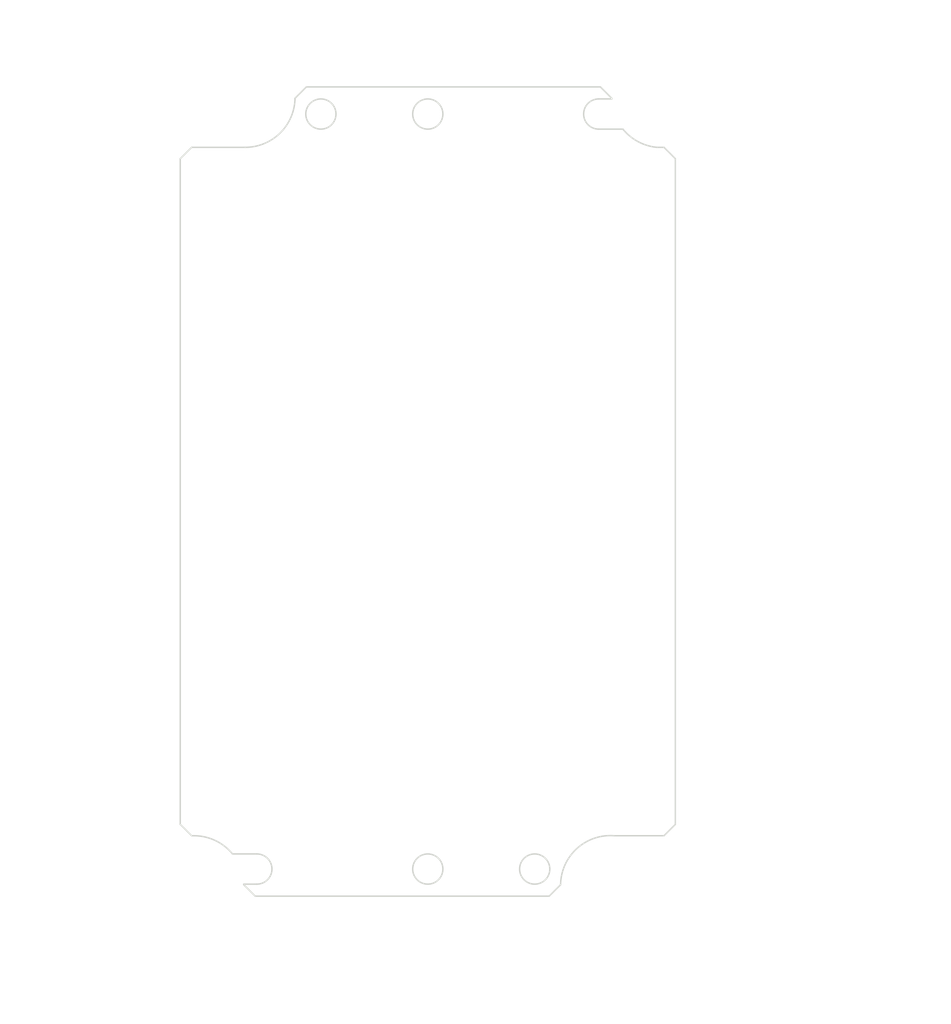
<source format=kicad_pcb>
(kicad_pcb (version 20171130) (host pcbnew "(5.1.0)-1")

  (general
    (thickness 1.6)
    (drawings 118)
    (tracks 0)
    (zones 0)
    (modules 0)
    (nets 1)
  )

  (page A4)
  (layers
    (0 F.Cu signal)
    (31 B.Cu signal)
    (32 B.Adhes user)
    (33 F.Adhes user)
    (34 B.Paste user)
    (35 F.Paste user)
    (36 B.SilkS user)
    (37 F.SilkS user)
    (38 B.Mask user)
    (39 F.Mask user)
    (40 Dwgs.User user)
    (41 Cmts.User user)
    (42 Eco1.User user)
    (43 Eco2.User user)
    (44 Edge.Cuts user)
    (45 Margin user)
    (46 B.CrtYd user)
    (47 F.CrtYd user)
    (48 B.Fab user)
    (49 F.Fab user)
  )

  (setup
    (last_trace_width 0.25)
    (trace_clearance 0.2)
    (zone_clearance 0.508)
    (zone_45_only no)
    (trace_min 0.2)
    (via_size 0.8)
    (via_drill 0.4)
    (via_min_size 0.4)
    (via_min_drill 0.3)
    (uvia_size 0.3)
    (uvia_drill 0.1)
    (uvias_allowed no)
    (uvia_min_size 0.2)
    (uvia_min_drill 0.1)
    (edge_width 0.05)
    (segment_width 0.2)
    (pcb_text_width 0.3)
    (pcb_text_size 1.5 1.5)
    (mod_edge_width 0.12)
    (mod_text_size 1 1)
    (mod_text_width 0.15)
    (pad_size 1.524 1.524)
    (pad_drill 0.762)
    (pad_to_mask_clearance 0.051)
    (solder_mask_min_width 0.25)
    (aux_axis_origin 0 0)
    (visible_elements FFFFFF7F)
    (pcbplotparams
      (layerselection 0x010fc_ffffffff)
      (usegerberextensions false)
      (usegerberattributes false)
      (usegerberadvancedattributes false)
      (creategerberjobfile false)
      (excludeedgelayer true)
      (linewidth 0.152400)
      (plotframeref false)
      (viasonmask false)
      (mode 1)
      (useauxorigin false)
      (hpglpennumber 1)
      (hpglpenspeed 20)
      (hpglpendiameter 15.000000)
      (psnegative false)
      (psa4output false)
      (plotreference true)
      (plotvalue true)
      (plotinvisibletext false)
      (padsonsilk false)
      (subtractmaskfromsilk false)
      (outputformat 1)
      (mirror false)
      (drillshape 1)
      (scaleselection 1)
      (outputdirectory ""))
  )

  (net 0 "")

  (net_class Default "This is the default net class."
    (clearance 0.2)
    (trace_width 0.25)
    (via_dia 0.8)
    (via_drill 0.4)
    (uvia_dia 0.3)
    (uvia_drill 0.1)
  )

  (gr_circle (center 76.249041 48.58052) (end 78.369941 48.58052) (layer Edge.Cuts) (width 0.2))
  (gr_circle (center 91.260441 48.58052) (end 93.381341 48.58052) (layer Edge.Cuts) (width 0.2))
  (gr_arc (start 115.263441 48.58052) (end 115.263441 46.45962) (angle -180) (layer Edge.Cuts) (width 0.2))
  (gr_arc (start 67.257441 154.58052) (end 67.257441 156.70142) (angle -180) (layer Edge.Cuts) (width 0.2))
  (gr_circle (center 106.271841 154.58052) (end 108.392741 154.58052) (layer Edge.Cuts) (width 0.2))
  (gr_circle (center 91.260441 154.58052) (end 93.381341 154.58052) (layer Edge.Cuts) (width 0.2))
  (gr_line (start 58.429619 149.90452) (end 58.100941 149.90452) (layer Edge.Cuts) (width 0.2))
  (gr_line (start 58.100941 149.90452) (end 56.500941 148.30452) (layer Edge.Cuts) (width 0.2))
  (gr_line (start 56.500941 148.30452) (end 56.500941 54.85652) (layer Edge.Cuts) (width 0.2))
  (gr_line (start 56.500941 54.85652) (end 58.100941 53.25652) (layer Edge.Cuts) (width 0.2))
  (gr_line (start 58.100941 53.25652) (end 65.617819 53.25652) (layer Edge.Cuts) (width 0.2))
  (gr_arc (start 65.617819 46.25652) (end 65.617819 53.25652) (angle -89.04229738) (layer Edge.Cuts) (width 0.2))
  (gr_line (start 72.616841 46.37352) (end 74.216841 44.77352) (layer Edge.Cuts) (width 0.2))
  (gr_line (start 74.216841 44.77352) (end 115.492241 44.77352) (layer Edge.Cuts) (width 0.2))
  (gr_line (start 115.492241 44.77352) (end 117.092241 46.37352) (layer Edge.Cuts) (width 0.2))
  (gr_line (start 123.436883 53.25652) (end 124.419941 53.25652) (layer Edge.Cuts) (width 0.2))
  (gr_line (start 124.419941 53.25652) (end 126.019941 54.85652) (layer Edge.Cuts) (width 0.2))
  (gr_line (start 126.019941 54.85652) (end 126.019941 148.30452) (layer Edge.Cuts) (width 0.2))
  (gr_line (start 126.019941 148.30452) (end 124.419941 149.90452) (layer Edge.Cuts) (width 0.2))
  (gr_line (start 124.419941 149.90452) (end 117.476819 149.90452) (layer Edge.Cuts) (width 0.2))
  (gr_arc (start 116.903417 156.880996) (end 117.476819 149.90452) (angle -93.93349375) (layer Edge.Cuts) (width 0.2))
  (gr_line (start 109.904041 156.78752) (end 108.304041 158.38752) (layer Edge.Cuts) (width 0.2))
  (gr_line (start 108.304041 158.38752) (end 67.028641 158.38752) (layer Edge.Cuts) (width 0.2))
  (gr_line (start 67.028641 158.38752) (end 65.428641 156.78752) (layer Edge.Cuts) (width 0.2))
  (gr_arc (start 124.091709 46.287216) (end 118.658957 50.70142) (angle -45.53787396) (layer Edge.Cuts) (width 0.2))
  (gr_arc (start 124.091709 46.287216) (end 117.092241 46.37352) (angle -0.7048628953) (layer Edge.Cuts) (width 0.2))
  (gr_arc (start 58.429619 156.90452) (end 63.837286 152.45962) (angle -50.58107507) (layer Edge.Cuts) (width 0.2))
  (gr_arc (start 58.429619 156.90452) (end 65.428641 156.78752) (angle -0.7049268232) (layer Edge.Cuts) (width 0.2))
  (gr_line (start 118.658957 50.70142) (end 115.263441 50.70142) (layer Edge.Cuts) (width 0.2))
  (gr_line (start 115.263441 46.45962) (end 117.093833 46.45962) (layer Edge.Cuts) (width 0.2))
  (gr_line (start 63.837286 152.45962) (end 67.257441 152.45962) (layer Edge.Cuts) (width 0.2))
  (gr_line (start 67.257441 156.70142) (end 65.426672 156.70142) (layer Edge.Cuts) (width 0.2))
  (gr_text "1.60 X 45.0° Chamfer" (at 133.990848 154.865679) (layer Dwgs.User)
    (effects (font (size 2 1.8) (thickness 0.25)) (justify left bottom))
  )
  (gr_line (start 130.372447 153.83138) (end 132.872447 153.83138) (layer Dwgs.User) (width 0.2))
  (gr_line (start 127.062162 150.794556) (end 130.372447 153.83138) (layer Dwgs.User) (width 0.2))
  (gr_line (start 126.724155 151.163001) (end 127.40017 150.426112) (layer Dwgs.User) (width 0.2))
  (gr_line (start 125.219941 149.10452) (end 126.724155 151.163001) (layer Dwgs.User) (width 0.2))
  (gr_line (start 127.40017 150.426112) (end 125.219941 149.10452) (layer Dwgs.User) (width 0.2))
  (gr_line (start 126.724147 151.163002) (end 127.400169 150.426112) (layer Dwgs.User) (width 0.2))
  (gr_line (start 125.219936 149.104519) (end 126.724147 151.163002) (layer Dwgs.User) (width 0.2))
  (gr_line (start 127.400169 150.426112) (end 125.219936 149.104519) (layer Dwgs.User) (width 0.2))
  (gr_line (start 127.062162 150.794556) (end 125.219941 149.10452) (layer Dwgs.User) (width 0.2))
  (gr_text [.15] (at 80.582307 59.471629) (layer Dwgs.User)
    (effects (font (size 2 1.8) (thickness 0.25)))
  )
  (gr_text " 3.81" (at 80.582307 55.568082) (layer Dwgs.User)
    (effects (font (size 2 1.8) (thickness 0.25)))
  )
  (gr_line (start 86.232921 57.38991) (end 84.232921 57.38991) (layer Dwgs.User) (width 0.2))
  (gr_line (start 86.232921 50.58052) (end 86.232921 57.38991) (layer Dwgs.User) (width 0.2))
  (gr_line (start 86.232921 42.77352) (end 86.232921 40.77352) (layer Dwgs.User) (width 0.2))
  (gr_line (start 77.249041 48.58052) (end 89.407921 48.58052) (layer Dwgs.User) (width 0.2))
  (gr_text [.42] (at 133.411136 38.263963) (layer Dwgs.User)
    (effects (font (size 2 1.8) (thickness 0.25)))
  )
  (gr_text " 10.76" (at 133.411136 34.361098) (layer Dwgs.User)
    (effects (font (size 2 1.8) (thickness 0.25)))
  )
  (gr_line (start 126.019941 36.182244) (end 128.791218 36.182244) (layer Dwgs.User) (width 0.2))
  (gr_line (start 117.263441 36.182244) (end 124.019941 36.182244) (layer Dwgs.User) (width 0.2))
  (gr_line (start 126.019941 53.85652) (end 126.019941 33.007244) (layer Dwgs.User) (width 0.2))
  (gr_line (start 115.263441 47.58052) (end 115.263441 33.007244) (layer Dwgs.User) (width 0.2))
  (gr_text [4.17] (at 84.819601 107.553747) (layer Dwgs.User)
    (effects (font (size 2 1.8) (thickness 0.25)))
  )
  (gr_text " 106.00" (at 84.819601 103.650882) (layer Dwgs.User)
    (effects (font (size 2 1.8) (thickness 0.25)))
  )
  (gr_line (start 84.819601 152.58052) (end 84.819601 109.374893) (layer Dwgs.User) (width 0.2))
  (gr_line (start 84.819601 50.58052) (end 84.819601 101.569163) (layer Dwgs.User) (width 0.2))
  (gr_line (start 90.260441 154.58052) (end 81.644601 154.58052) (layer Dwgs.User) (width 0.2))
  (gr_line (start 90.260441 48.58052) (end 81.644601 48.58052) (layer Dwgs.User) (width 0.2))
  (gr_text [.41] (at 73.649242 170.469239) (layer Dwgs.User)
    (effects (font (size 2 1.8) (thickness 0.25)))
  )
  (gr_text " 10.53" (at 73.649242 166.565692) (layer Dwgs.User)
    (effects (font (size 2 1.8) (thickness 0.25)))
  )
  (gr_line (start 67.028641 168.38752) (end 69.028641 168.38752) (layer Dwgs.User) (width 0.2))
  (gr_line (start 58.500941 168.38752) (end 65.028641 168.38752) (layer Dwgs.User) (width 0.2))
  (gr_line (start 56.500941 149.30452) (end 56.500941 171.56252) (layer Dwgs.User) (width 0.2))
  (gr_line (start 67.028641 159.38752) (end 67.028641 171.56252) (layer Dwgs.User) (width 0.2))
  (gr_text [.33] (at 46.543928 168.207185) (layer Dwgs.User)
    (effects (font (size 2 1.8) (thickness 0.25)))
  )
  (gr_text " 8.48" (at 46.543928 164.30432) (layer Dwgs.User)
    (effects (font (size 2 1.8) (thickness 0.25)))
  )
  (gr_line (start 52.38963 166.125466) (end 50.38963 166.125466) (layer Dwgs.User) (width 0.2))
  (gr_line (start 52.38963 158.38752) (end 52.38963 166.125466) (layer Dwgs.User) (width 0.2))
  (gr_line (start 52.38963 151.90452) (end 52.38963 156.38752) (layer Dwgs.User) (width 0.2))
  (gr_line (start 57.429619 149.90452) (end 49.21463 149.90452) (layer Dwgs.User) (width 0.2))
  (gr_line (start 66.028641 158.38752) (end 49.21463 158.38752) (layer Dwgs.User) (width 0.2))
  (gr_text [R0.28] (at 102.750726 144.952743) (layer Dwgs.User)
    (effects (font (size 2 1.8) (thickness 0.25)))
  )
  (gr_text " R7.00" (at 102.750726 141.049878) (layer Dwgs.User)
    (effects (font (size 2 1.8) (thickness 0.25)))
  )
  (gr_line (start 109.86928 142.871024) (end 112.865112 148.837856) (layer Dwgs.User) (width 0.2))
  (gr_line (start 107.86928 142.871024) (end 109.86928 142.871024) (layer Dwgs.User) (width 0.2))
  (gr_line (start 76.249041 48.67052) (end 76.249041 48.49052) (layer Dwgs.User) (width 0.2))
  (gr_line (start 76.159041 48.58052) (end 76.339041 48.58052) (layer Dwgs.User) (width 0.2))
  (gr_text " ∅4.24\n[∅0.17]" (at 64.399488 35.789671) (layer Dwgs.User)
    (effects (font (size 2 1.8) (thickness 0.25)))
  )
  (gr_line (start 71.595804 35.789671) (end 74.840213 44.707922) (layer Dwgs.User) (width 0.2))
  (gr_line (start 69.595804 35.789671) (end 71.595804 35.789671) (layer Dwgs.User) (width 0.2))
  (gr_text [.94] (at 103.261941 38.263963) (layer Dwgs.User)
    (effects (font (size 2 1.8) (thickness 0.25)))
  )
  (gr_text " 24.00" (at 103.261941 34.361098) (layer Dwgs.User)
    (effects (font (size 2 1.8) (thickness 0.25)))
  )
  (gr_line (start 113.263441 36.182244) (end 107.879131 36.182244) (layer Dwgs.User) (width 0.2))
  (gr_line (start 93.260441 36.182244) (end 98.644752 36.182244) (layer Dwgs.User) (width 0.2))
  (gr_line (start 115.263441 47.58052) (end 115.263441 33.007244) (layer Dwgs.User) (width 0.2))
  (gr_line (start 91.260441 47.58052) (end 91.260441 33.007244) (layer Dwgs.User) (width 0.2))
  (gr_text [.59] (at 83.754741 38.263963) (layer Dwgs.User)
    (effects (font (size 2 1.8) (thickness 0.25)))
  )
  (gr_text " 15.01" (at 83.754741 34.361098) (layer Dwgs.User)
    (effects (font (size 2 1.8) (thickness 0.25)))
  )
  (gr_line (start 89.260441 36.182244) (end 88.182299 36.182244) (layer Dwgs.User) (width 0.2))
  (gr_line (start 78.249041 36.182244) (end 79.327183 36.182244) (layer Dwgs.User) (width 0.2))
  (gr_line (start 91.260441 47.58052) (end 91.260441 33.007244) (layer Dwgs.User) (width 0.2))
  (gr_line (start 76.249041 47.58052) (end 76.249041 33.007244) (layer Dwgs.User) (width 0.2))
  (gr_text [1.69] (at 88.466341 166.010618) (layer Dwgs.User)
    (effects (font (size 2 1.8) (thickness 0.25)))
  )
  (gr_text " 42.88" (at 88.466341 162.107753) (layer Dwgs.User)
    (effects (font (size 2 1.8) (thickness 0.25)))
  )
  (gr_line (start 69.028641 163.928899) (end 83.843695 163.928899) (layer Dwgs.User) (width 0.2))
  (gr_line (start 107.904041 163.928899) (end 93.088988 163.928899) (layer Dwgs.User) (width 0.2))
  (gr_line (start 67.028641 159.38752) (end 67.028641 167.103899) (layer Dwgs.User) (width 0.2))
  (gr_line (start 109.904041 157.78752) (end 109.904041 167.103899) (layer Dwgs.User) (width 0.2))
  (gr_text [2.74] (at 91.841095 174.739451) (layer Dwgs.User)
    (effects (font (size 2 1.8) (thickness 0.25)))
  )
  (gr_text " 69.52" (at 91.841095 170.836586) (layer Dwgs.User)
    (effects (font (size 2 1.8) (thickness 0.25)))
  )
  (gr_line (start 124.019941 172.657732) (end 96.451463 172.657732) (layer Dwgs.User) (width 0.2))
  (gr_line (start 58.500941 172.657732) (end 87.230726 172.657732) (layer Dwgs.User) (width 0.2))
  (gr_line (start 126.019941 149.30452) (end 126.019941 175.832732) (layer Dwgs.User) (width 0.2))
  (gr_line (start 56.500941 149.30452) (end 56.500941 175.832732) (layer Dwgs.User) (width 0.2))
  (gr_text [3.81] (at 46.543928 108.256255) (layer Dwgs.User)
    (effects (font (size 2 1.8) (thickness 0.25)))
  )
  (gr_text " 96.65" (at 46.543928 104.35339) (layer Dwgs.User)
    (effects (font (size 2 1.8) (thickness 0.25)))
  )
  (gr_line (start 46.543928 147.90452) (end 46.543928 110.077401) (layer Dwgs.User) (width 0.2))
  (gr_line (start 46.543928 55.25652) (end 46.543928 102.271671) (layer Dwgs.User) (width 0.2))
  (gr_line (start 57.100941 149.90452) (end 43.368928 149.90452) (layer Dwgs.User) (width 0.2))
  (gr_line (start 57.100941 53.25652) (end 43.368928 53.25652) (layer Dwgs.User) (width 0.2))
  (gr_text [4.47] (at 36.78965 100.497039) (layer Dwgs.User)
    (effects (font (size 2 1.8) (thickness 0.25)))
  )
  (gr_text " 113.61" (at 36.78965 96.597585) (layer Dwgs.User)
    (effects (font (size 2 1.8) (thickness 0.25)))
  )
  (gr_line (start 36.78965 156.38752) (end 36.78965 102.318867) (layer Dwgs.User) (width 0.2))
  (gr_line (start 36.78965 46.77352) (end 36.78965 94.519959) (layer Dwgs.User) (width 0.2))
  (gr_line (start 66.028641 158.38752) (end 33.61465 158.38752) (layer Dwgs.User) (width 0.2))
  (gr_line (start 73.216841 44.77352) (end 33.61465 44.77352) (layer Dwgs.User) (width 0.2))

)

</source>
